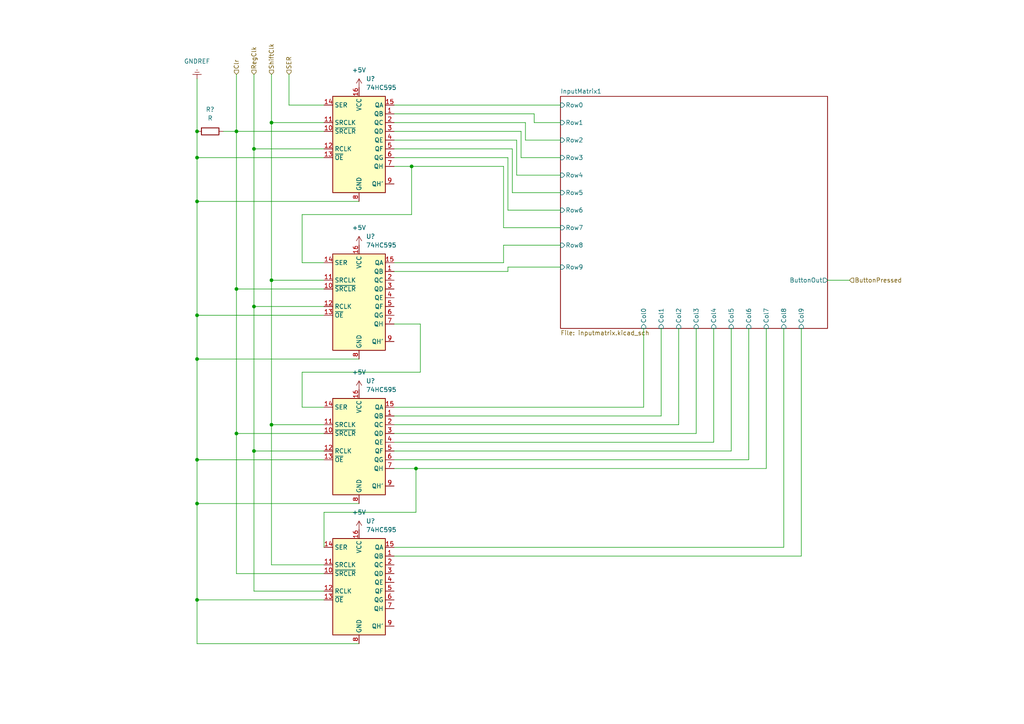
<source format=kicad_sch>
(kicad_sch (version 20211123) (generator eeschema)
  (paper "A4")
  (lib_symbols
    (symbol "74xx:74HC595"
      (property "Reference" "U" (at -7.62 13.97 0))
      (property "Value" "74HC595" (at -7.62 -16.51 0))
      (symbol "74HC595_1_0"
        (pin tri_state line (at 10.16 7.62 180) (length 2.54) (name "QB") (number "1"))
        (pin input line (at -10.16 2.54 0) (length 2.54) (name "~{SRCLR}") (number "10"))
        (pin input line (at -10.16 5.08 0) (length 2.54) (name "SRCLK") (number "11"))
        (pin input line (at -10.16 -2.54 0) (length 2.54) (name "RCLK") (number "12"))
        (pin input line (at -10.16 -5.08 0) (length 2.54) (name "~{OE}") (number "13"))
        (pin input line (at -10.16 10.16 0) (length 2.54) (name "SER") (number "14"))
        (pin tri_state line (at 10.16 10.16 180) (length 2.54) (name "QA") (number "15"))
        (pin power_in line (at 0 15.24 270) (length 2.54) (name "VCC") (number "16"))
        (pin tri_state line (at 10.16 5.08 180) (length 2.54) (name "QC") (number "2"))
        (pin tri_state line (at 10.16 2.54 180) (length 2.54) (name "QD") (number "3"))
        (pin tri_state line (at 10.16 0 180) (length 2.54) (name "QE") (number "4"))
        (pin tri_state line (at 10.16 -2.54 180) (length 2.54) (name "QF") (number "5"))
        (pin tri_state line (at 10.16 -5.08 180) (length 2.54) (name "QG") (number "6"))
        (pin tri_state line (at 10.16 -7.62 180) (length 2.54) (name "QH") (number "7"))
        (pin power_in line (at 0 -17.78 90) (length 2.54) (name "GND") (number "8"))
        (pin output line (at 10.16 -12.7 180) (length 2.54) (name "QH'") (number "9"))
      )
      (symbol "74HC595_1_1"
        (rectangle (start -7.62 12.7) (end 7.62 -15.24) (stroke (width 0.254)) (fill (type background)))
      )
    )
    (symbol "Device:R" (pin_numbers hide) (pin_names (offset 0))
      (property "Reference" "R" (at 2.032 0 90))
      (property "Value" "R" (at 0 0 90))
      (symbol "R_0_1"
        (rectangle (start -1.016 -2.54) (end 1.016 2.54) (stroke (width 0.254)))
      )
      (symbol "R_1_1"
        (pin passive line (at 0 3.81 270) (length 1.27) (name "~") (number "1"))
        (pin passive line (at 0 -3.81 90) (length 1.27) (name "~") (number "2"))
      )
    )
    (symbol "power:+5V" (power) (pin_names (offset 0))
      (property "Value" "+5V" (at 0 3.556 0))
      (symbol "+5V_0_1"
        (polyline (pts (xy -0.762 1.27) (xy 0 2.54)))
        (polyline (pts (xy 0 0) (xy 0 2.54)))
        (polyline (pts (xy 0 2.54) (xy 0.762 1.27)))
      )
      (symbol "+5V_1_1"
        (pin power_in line (at 0 0 90) (length 0) hide (name "+5V") (number "1"))
      )
    )
    (symbol "power:GNDREF" (power) (pin_names (offset 0))
      (property "Value" "GNDREF" (at 0 -3.81 0))
      (symbol "GNDREF_0_1"
        (polyline (pts (xy -0.635 -1.905) (xy 0.635 -1.905)))
        (polyline (pts (xy -0.127 -2.54) (xy 0.127 -2.54)))
        (polyline (pts (xy 0 -1.27) (xy 0 0)))
        (polyline (pts (xy 1.27 -1.27) (xy -1.27 -1.27)))
      )
      (symbol "GNDREF_1_1"
        (pin power_in line (at 0 0 270) (length 0) hide (name "GNDREF") (number "1"))
      )
    )
  )
  (junction (at 57.15 91.44))
  (junction (at 68.58 125.73))
  (junction (at 119.38 48.26))
  (junction (at 78.74 35.56))
  (junction (at 57.15 104.14))
  (junction (at 68.58 83.82))
  (junction (at 57.15 38.1))
  (junction (at 57.15 45.72))
  (junction (at 78.74 123.19))
  (junction (at 73.66 130.81))
  (junction (at 57.15 146.05))
  (junction (at 73.66 43.18))
  (junction (at 120.65 135.89))
  (junction (at 68.58 38.1))
  (junction (at 57.15 58.42))
  (junction (at 57.15 173.99))
  (junction (at 57.15 133.35))
  (junction (at 78.74 81.28))
  (junction (at 73.66 88.9))
  (wire (pts (xy 73.66 130.81) (xy 73.66 88.9)))
  (wire (pts (xy 57.15 146.05) (xy 57.15 133.35)))
  (wire (pts (xy 78.74 35.56) (xy 78.74 81.28)))
  (wire (pts (xy 191.77 120.65) (xy 191.77 95.25)))
  (wire (pts (xy 93.98 166.37) (xy 68.58 166.37)))
  (wire (pts (xy 114.3 30.48) (xy 162.56 30.48)))
  (wire (pts (xy 114.3 158.75) (xy 227.33 158.75)))
  (wire (pts (xy 147.32 60.96) (xy 162.56 60.96)))
  (wire (pts (xy 78.74 21.59) (xy 78.74 35.56)))
  (wire (pts (xy 114.3 43.18) (xy 148.59 43.18)))
  (wire (pts (xy 148.59 55.88) (xy 162.56 55.88)))
  (wire (pts (xy 121.92 107.95) (xy 87.63 107.95)))
  (wire (pts (xy 119.38 62.23) (xy 87.63 62.23)))
  (wire (pts (xy 78.74 123.19) (xy 78.74 81.28)))
  (wire (pts (xy 114.3 38.1) (xy 151.13 38.1)))
  (wire (pts (xy 93.98 163.83) (xy 78.74 163.83)))
  (wire (pts (xy 152.4 35.56) (xy 152.4 40.64)))
  (wire (pts (xy 120.65 135.89) (xy 114.3 135.89)))
  (wire (pts (xy 146.05 48.26) (xy 146.05 66.04)))
  (wire (pts (xy 57.15 91.44) (xy 93.98 91.44)))
  (wire (pts (xy 57.15 173.99) (xy 57.15 146.05)))
  (wire (pts (xy 240.03 81.28) (xy 246.38 81.28)))
  (wire (pts (xy 73.66 43.18) (xy 73.66 88.9)))
  (wire (pts (xy 232.41 161.29) (xy 232.41 95.25)))
  (wire (pts (xy 87.63 107.95) (xy 87.63 118.11)))
  (wire (pts (xy 114.3 48.26) (xy 119.38 48.26)))
  (wire (pts (xy 114.3 125.73) (xy 201.93 125.73)))
  (wire (pts (xy 93.98 43.18) (xy 73.66 43.18)))
  (wire (pts (xy 119.38 48.26) (xy 119.38 62.23)))
  (wire (pts (xy 57.15 22.86) (xy 57.15 38.1)))
  (wire (pts (xy 104.14 104.14) (xy 57.15 104.14)))
  (wire (pts (xy 73.66 21.59) (xy 73.66 43.18)))
  (wire (pts (xy 186.69 118.11) (xy 186.69 95.25)))
  (wire (pts (xy 57.15 186.69) (xy 57.15 173.99)))
  (wire (pts (xy 149.86 40.64) (xy 149.86 50.8)))
  (wire (pts (xy 222.25 135.89) (xy 222.25 95.25)))
  (wire (pts (xy 87.63 76.2) (xy 93.98 76.2)))
  (wire (pts (xy 114.3 130.81) (xy 212.09 130.81)))
  (wire (pts (xy 83.82 30.48) (xy 93.98 30.48)))
  (wire (pts (xy 78.74 81.28) (xy 93.98 81.28)))
  (wire (pts (xy 119.38 48.26) (xy 146.05 48.26)))
  (wire (pts (xy 93.98 35.56) (xy 78.74 35.56)))
  (wire (pts (xy 151.13 45.72) (xy 162.56 45.72)))
  (wire (pts (xy 149.86 50.8) (xy 162.56 50.8)))
  (wire (pts (xy 121.92 93.98) (xy 121.92 107.95)))
  (wire (pts (xy 227.33 158.75) (xy 227.33 95.25)))
  (wire (pts (xy 201.93 125.73) (xy 201.93 95.25)))
  (wire (pts (xy 93.98 158.75) (xy 93.98 148.59)))
  (wire (pts (xy 147.32 45.72) (xy 147.32 60.96)))
  (wire (pts (xy 207.01 95.25) (xy 207.01 128.27)))
  (wire (pts (xy 93.98 148.59) (xy 120.65 148.59)))
  (wire (pts (xy 152.4 40.64) (xy 162.56 40.64)))
  (wire (pts (xy 73.66 171.45) (xy 73.66 130.81)))
  (wire (pts (xy 57.15 133.35) (xy 93.98 133.35)))
  (wire (pts (xy 104.14 186.69) (xy 57.15 186.69)))
  (wire (pts (xy 196.85 123.19) (xy 196.85 95.25)))
  (wire (pts (xy 87.63 62.23) (xy 87.63 76.2)))
  (wire (pts (xy 78.74 163.83) (xy 78.74 123.19)))
  (wire (pts (xy 57.15 91.44) (xy 57.15 58.42)))
  (wire (pts (xy 120.65 148.59) (xy 120.65 135.89)))
  (wire (pts (xy 73.66 88.9) (xy 93.98 88.9)))
  (wire (pts (xy 120.65 135.89) (xy 222.25 135.89)))
  (wire (pts (xy 57.15 104.14) (xy 57.15 91.44)))
  (wire (pts (xy 57.15 133.35) (xy 57.15 104.14)))
  (wire (pts (xy 104.14 58.42) (xy 57.15 58.42)))
  (wire (pts (xy 87.63 118.11) (xy 93.98 118.11)))
  (wire (pts (xy 93.98 171.45) (xy 73.66 171.45)))
  (wire (pts (xy 57.15 173.99) (xy 93.98 173.99)))
  (wire (pts (xy 154.94 35.56) (xy 162.56 35.56)))
  (wire (pts (xy 217.17 133.35) (xy 217.17 95.25)))
  (wire (pts (xy 93.98 130.81) (xy 73.66 130.81)))
  (wire (pts (xy 114.3 128.27) (xy 207.01 128.27)))
  (wire (pts (xy 146.05 71.12) (xy 162.56 71.12)))
  (wire (pts (xy 147.32 78.74) (xy 147.32 77.47)))
  (wire (pts (xy 68.58 38.1) (xy 68.58 83.82)))
  (wire (pts (xy 104.14 146.05) (xy 57.15 146.05)))
  (wire (pts (xy 57.15 58.42) (xy 57.15 45.72)))
  (wire (pts (xy 57.15 45.72) (xy 93.98 45.72)))
  (wire (pts (xy 146.05 76.2) (xy 146.05 71.12)))
  (wire (pts (xy 154.94 33.02) (xy 154.94 35.56)))
  (wire (pts (xy 68.58 21.59) (xy 68.58 38.1)))
  (wire (pts (xy 64.77 38.1) (xy 68.58 38.1)))
  (wire (pts (xy 114.3 78.74) (xy 147.32 78.74)))
  (wire (pts (xy 114.3 76.2) (xy 146.05 76.2)))
  (wire (pts (xy 114.3 133.35) (xy 217.17 133.35)))
  (wire (pts (xy 68.58 125.73) (xy 68.58 83.82)))
  (wire (pts (xy 68.58 83.82) (xy 93.98 83.82)))
  (wire (pts (xy 93.98 123.19) (xy 78.74 123.19)))
  (wire (pts (xy 83.82 21.59) (xy 83.82 30.48)))
  (wire (pts (xy 114.3 123.19) (xy 196.85 123.19)))
  (wire (pts (xy 114.3 40.64) (xy 149.86 40.64)))
  (wire (pts (xy 93.98 125.73) (xy 68.58 125.73)))
  (wire (pts (xy 114.3 161.29) (xy 232.41 161.29)))
  (wire (pts (xy 146.05 66.04) (xy 162.56 66.04)))
  (wire (pts (xy 57.15 45.72) (xy 57.15 38.1)))
  (wire (pts (xy 93.98 38.1) (xy 68.58 38.1)))
  (wire (pts (xy 68.58 166.37) (xy 68.58 125.73)))
  (wire (pts (xy 147.32 77.47) (xy 162.56 77.47)))
  (wire (pts (xy 148.59 43.18) (xy 148.59 55.88)))
  (wire (pts (xy 151.13 38.1) (xy 151.13 45.72)))
  (wire (pts (xy 212.09 130.81) (xy 212.09 95.25)))
  (wire (pts (xy 114.3 120.65) (xy 191.77 120.65)))
  (wire (pts (xy 114.3 118.11) (xy 186.69 118.11)))
  (wire (pts (xy 114.3 93.98) (xy 121.92 93.98)))
  (wire (pts (xy 114.3 35.56) (xy 152.4 35.56)))
  (wire (pts (xy 114.3 45.72) (xy 147.32 45.72)))
  (wire (pts (xy 114.3 33.02) (xy 154.94 33.02)))
  (hierarchical_label "RegClk" (shape input) (at 73.66 21.59 90))
  (hierarchical_label "Clr" (shape input) (at 68.58 21.59 90))
  (hierarchical_label "ButtonPressed" (shape input) (at 246.38 81.28 0))
  (hierarchical_label "ShiftClk" (shape input) (at 78.74 21.59 90))
  (hierarchical_label "SER" (shape input) (at 83.82 21.59 90))
  (symbol (lib_id "power:+5V") (at 104.14 113.03 0) (unit 1)
    (property "Reference" "#PWR?" (effects hide))
    (property "Value" "+5V" (at 104.14 107.95 0))
  )
  (symbol (lib_id "74xx:74HC595") (at 104.14 40.64 0) (unit 1)
    (property "Reference" "U?" (at 106.1594 22.86 0) (effects (justify left)))
    (property "Value" "74HC595" (at 106.1594 25.4 0) (effects (justify left)))
    (property "Datasheet" "http://www.ti.com/lit/ds/symlink/sn74hc595.pdf" (effects hide))
  )
  (symbol (lib_id "power:+5V") (at 104.14 153.67 0) (unit 1)
    (property "Reference" "#PWR?" (effects hide))
    (property "Value" "+5V" (at 104.14 148.59 0))
  )
  (symbol (lib_id "power:+5V") (at 104.14 25.4 0) (unit 1)
    (property "Reference" "#PWR?" (effects hide))
    (property "Value" "+5V" (at 104.14 20.32 0))
  )
  (symbol (lib_id "74xx:74HC595") (at 104.14 128.27 0) (unit 1)
    (property "Reference" "U?" (at 106.1594 110.49 0) (effects (justify left)))
    (property "Value" "74HC595" (at 106.1594 113.03 0) (effects (justify left)))
    (property "Datasheet" "http://www.ti.com/lit/ds/symlink/sn74hc595.pdf" (effects hide))
  )
  (symbol (lib_id "74xx:74HC595") (at 104.14 168.91 0) (unit 1)
    (property "Reference" "U?" (at 106.1594 151.13 0) (effects (justify left)))
    (property "Value" "74HC595" (at 106.1594 153.67 0) (effects (justify left)))
    (property "Datasheet" "http://www.ti.com/lit/ds/symlink/sn74hc595.pdf" (effects hide))
  )
  (symbol (lib_id "power:+5V") (at 104.14 71.12 0) (unit 1)
    (property "Reference" "#PWR?" (effects hide))
    (property "Value" "+5V" (at 104.14 66.04 0))
  )
  (symbol (lib_id "74xx:74HC595") (at 104.14 86.36 0) (unit 1)
    (property "Reference" "U?" (at 106.1594 68.58 0) (effects (justify left)))
    (property "Value" "74HC595" (at 106.1594 71.12 0) (effects (justify left)))
    (property "Datasheet" "http://www.ti.com/lit/ds/symlink/sn74hc595.pdf" (effects hide))
  )
  (symbol (lib_id "power:GNDREF") (at 57.15 22.86 180) (unit 1)
    (property "Reference" "#PWR?" (effects hide))
    (property "Value" "GNDREF" (at 57.15 17.78 0))
  )
  (symbol (lib_id "Device:R") (at 60.96 38.1 270) (unit 1)
    (property "Reference" "R?" (at 60.96 31.75 90))
    (property "Value" "R" (at 60.96 34.29 90))
  )
  (sheet (at 162.56 27.94) (size 77.47 67.31) (stroke (width 0.1524))
    (property "Sheet name" "InputMatrix1" (at 162.56 27.2284 0) (effects (justify left bottom)))
    (property "Sheet file" "inputmatrix.kicad_sch" (at 162.56 95.8346 0) (effects (justify left top)))
    (pin "Row1" input (at 162.56 35.56 180))
    (pin "Row2" input (at 162.56 40.64 180))
    (pin "Row3" input (at 162.56 45.72 180))
    (pin "Row0" input (at 162.56 30.48 180))
    (pin "Row4" input (at 162.56 50.8 180))
    (pin "Row5" input (at 162.56 55.88 180))
    (pin "Row6" input (at 162.56 60.96 180))
    (pin "Row7" input (at 162.56 66.04 180))
    (pin "Row8" input (at 162.56 71.12 180))
    (pin "Row9" input (at 162.56 77.47 180))
    (pin "Col3" input (at 201.93 95.25 270))
    (pin "Col4" input (at 207.01 95.25 270))
    (pin "Col5" input (at 212.09 95.25 270))
    (pin "Col6" input (at 217.17 95.25 270))
    (pin "Col7" input (at 222.25 95.25 270))
    (pin "Col8" input (at 227.33 95.25 270))
    (pin "Col2" input (at 196.85 95.25 270))
    (pin "Col9" input (at 232.41 95.25 270))
    (pin "Col0" input (at 186.69 95.25 270))
    (pin "Col1" input (at 191.77 95.25 270))
    (pin "ButtonOut" output (at 240.03 81.28 0))
  )
)
</source>
